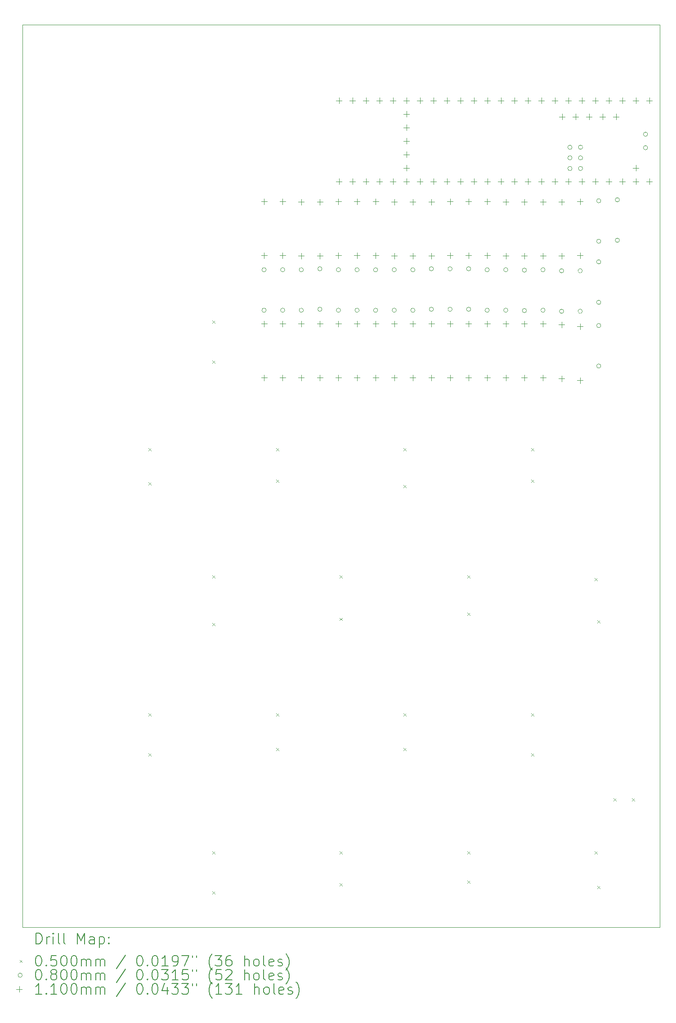
<source format=gbr>
%TF.GenerationSoftware,KiCad,Pcbnew,8.0.1*%
%TF.CreationDate,2024-04-18T23:28:31-04:00*%
%TF.ProjectId,emandoharp,656d616e-646f-4686-9172-702e6b696361,rev?*%
%TF.SameCoordinates,Original*%
%TF.FileFunction,Drillmap*%
%TF.FilePolarity,Positive*%
%FSLAX45Y45*%
G04 Gerber Fmt 4.5, Leading zero omitted, Abs format (unit mm)*
G04 Created by KiCad (PCBNEW 8.0.1) date 2024-04-18 23:28:31*
%MOMM*%
%LPD*%
G01*
G04 APERTURE LIST*
%ADD10C,0.050000*%
%ADD11C,0.200000*%
%ADD12C,0.100000*%
%ADD13C,0.110000*%
G04 APERTURE END LIST*
D10*
X2600000Y-1925000D02*
X14600000Y-1925000D01*
X14600000Y-18925000D01*
X2600000Y-18925000D01*
X2600000Y-1925000D01*
D11*
D12*
X4975000Y-9900000D02*
X5025000Y-9950000D01*
X5025000Y-9900000D02*
X4975000Y-9950000D01*
X4975000Y-10550000D02*
X5025000Y-10600000D01*
X5025000Y-10550000D02*
X4975000Y-10600000D01*
X4975000Y-14900000D02*
X5025000Y-14950000D01*
X5025000Y-14900000D02*
X4975000Y-14950000D01*
X4975000Y-15650000D02*
X5025000Y-15700000D01*
X5025000Y-15650000D02*
X4975000Y-15700000D01*
X6175000Y-7500000D02*
X6225000Y-7550000D01*
X6225000Y-7500000D02*
X6175000Y-7550000D01*
X6175000Y-8250000D02*
X6225000Y-8300000D01*
X6225000Y-8250000D02*
X6175000Y-8300000D01*
X6175000Y-12300000D02*
X6225000Y-12350000D01*
X6225000Y-12300000D02*
X6175000Y-12350000D01*
X6175000Y-13200000D02*
X6225000Y-13250000D01*
X6225000Y-13200000D02*
X6175000Y-13250000D01*
X6175000Y-17500000D02*
X6225000Y-17550000D01*
X6225000Y-17500000D02*
X6175000Y-17550000D01*
X6175000Y-18250000D02*
X6225000Y-18300000D01*
X6225000Y-18250000D02*
X6175000Y-18300000D01*
X7375000Y-9900000D02*
X7425000Y-9950000D01*
X7425000Y-9900000D02*
X7375000Y-9950000D01*
X7375000Y-10500000D02*
X7425000Y-10550000D01*
X7425000Y-10500000D02*
X7375000Y-10550000D01*
X7375000Y-14900000D02*
X7425000Y-14950000D01*
X7425000Y-14900000D02*
X7375000Y-14950000D01*
X7375000Y-15550000D02*
X7425000Y-15600000D01*
X7425000Y-15550000D02*
X7375000Y-15600000D01*
X8575000Y-12300000D02*
X8625000Y-12350000D01*
X8625000Y-12300000D02*
X8575000Y-12350000D01*
X8575000Y-13100000D02*
X8625000Y-13150000D01*
X8625000Y-13100000D02*
X8575000Y-13150000D01*
X8575000Y-17500000D02*
X8625000Y-17550000D01*
X8625000Y-17500000D02*
X8575000Y-17550000D01*
X8575000Y-18100000D02*
X8625000Y-18150000D01*
X8625000Y-18100000D02*
X8575000Y-18150000D01*
X9775000Y-9900000D02*
X9825000Y-9950000D01*
X9825000Y-9900000D02*
X9775000Y-9950000D01*
X9775000Y-10600000D02*
X9825000Y-10650000D01*
X9825000Y-10600000D02*
X9775000Y-10650000D01*
X9775000Y-14900000D02*
X9825000Y-14950000D01*
X9825000Y-14900000D02*
X9775000Y-14950000D01*
X9775000Y-15550000D02*
X9825000Y-15600000D01*
X9825000Y-15550000D02*
X9775000Y-15600000D01*
X10975000Y-12300000D02*
X11025000Y-12350000D01*
X11025000Y-12300000D02*
X10975000Y-12350000D01*
X10975000Y-13000000D02*
X11025000Y-13050000D01*
X11025000Y-13000000D02*
X10975000Y-13050000D01*
X10975000Y-17500000D02*
X11025000Y-17550000D01*
X11025000Y-17500000D02*
X10975000Y-17550000D01*
X10975000Y-18050000D02*
X11025000Y-18100000D01*
X11025000Y-18050000D02*
X10975000Y-18100000D01*
X12175000Y-9900000D02*
X12225000Y-9950000D01*
X12225000Y-9900000D02*
X12175000Y-9950000D01*
X12175000Y-10500000D02*
X12225000Y-10550000D01*
X12225000Y-10500000D02*
X12175000Y-10550000D01*
X12175000Y-14900000D02*
X12225000Y-14950000D01*
X12225000Y-14900000D02*
X12175000Y-14950000D01*
X12175000Y-15650000D02*
X12225000Y-15700000D01*
X12225000Y-15650000D02*
X12175000Y-15700000D01*
X13375000Y-12350000D02*
X13425000Y-12400000D01*
X13425000Y-12350000D02*
X13375000Y-12400000D01*
X13375000Y-17500000D02*
X13425000Y-17550000D01*
X13425000Y-17500000D02*
X13375000Y-17550000D01*
X13425000Y-13150000D02*
X13475000Y-13200000D01*
X13475000Y-13150000D02*
X13425000Y-13200000D01*
X13425000Y-18150000D02*
X13475000Y-18200000D01*
X13475000Y-18150000D02*
X13425000Y-18200000D01*
X13725000Y-16500000D02*
X13775000Y-16550000D01*
X13775000Y-16500000D02*
X13725000Y-16550000D01*
X14075000Y-16500000D02*
X14125000Y-16550000D01*
X14125000Y-16500000D02*
X14075000Y-16550000D01*
X7190000Y-6544000D02*
G75*
G02*
X7110000Y-6544000I-40000J0D01*
G01*
X7110000Y-6544000D02*
G75*
G02*
X7190000Y-6544000I40000J0D01*
G01*
X7190000Y-7306000D02*
G75*
G02*
X7110000Y-7306000I-40000J0D01*
G01*
X7110000Y-7306000D02*
G75*
G02*
X7190000Y-7306000I40000J0D01*
G01*
X7540000Y-6544000D02*
G75*
G02*
X7460000Y-6544000I-40000J0D01*
G01*
X7460000Y-6544000D02*
G75*
G02*
X7540000Y-6544000I40000J0D01*
G01*
X7540000Y-7306000D02*
G75*
G02*
X7460000Y-7306000I-40000J0D01*
G01*
X7460000Y-7306000D02*
G75*
G02*
X7540000Y-7306000I40000J0D01*
G01*
X7890000Y-6544000D02*
G75*
G02*
X7810000Y-6544000I-40000J0D01*
G01*
X7810000Y-6544000D02*
G75*
G02*
X7890000Y-6544000I40000J0D01*
G01*
X7890000Y-7306000D02*
G75*
G02*
X7810000Y-7306000I-40000J0D01*
G01*
X7810000Y-7306000D02*
G75*
G02*
X7890000Y-7306000I40000J0D01*
G01*
X8240000Y-6525000D02*
G75*
G02*
X8160000Y-6525000I-40000J0D01*
G01*
X8160000Y-6525000D02*
G75*
G02*
X8240000Y-6525000I40000J0D01*
G01*
X8240000Y-7287000D02*
G75*
G02*
X8160000Y-7287000I-40000J0D01*
G01*
X8160000Y-7287000D02*
G75*
G02*
X8240000Y-7287000I40000J0D01*
G01*
X8590000Y-6544000D02*
G75*
G02*
X8510000Y-6544000I-40000J0D01*
G01*
X8510000Y-6544000D02*
G75*
G02*
X8590000Y-6544000I40000J0D01*
G01*
X8590000Y-7306000D02*
G75*
G02*
X8510000Y-7306000I-40000J0D01*
G01*
X8510000Y-7306000D02*
G75*
G02*
X8590000Y-7306000I40000J0D01*
G01*
X8940000Y-6544000D02*
G75*
G02*
X8860000Y-6544000I-40000J0D01*
G01*
X8860000Y-6544000D02*
G75*
G02*
X8940000Y-6544000I40000J0D01*
G01*
X8940000Y-7306000D02*
G75*
G02*
X8860000Y-7306000I-40000J0D01*
G01*
X8860000Y-7306000D02*
G75*
G02*
X8940000Y-7306000I40000J0D01*
G01*
X9290000Y-6544000D02*
G75*
G02*
X9210000Y-6544000I-40000J0D01*
G01*
X9210000Y-6544000D02*
G75*
G02*
X9290000Y-6544000I40000J0D01*
G01*
X9290000Y-7306000D02*
G75*
G02*
X9210000Y-7306000I-40000J0D01*
G01*
X9210000Y-7306000D02*
G75*
G02*
X9290000Y-7306000I40000J0D01*
G01*
X9640000Y-6544000D02*
G75*
G02*
X9560000Y-6544000I-40000J0D01*
G01*
X9560000Y-6544000D02*
G75*
G02*
X9640000Y-6544000I40000J0D01*
G01*
X9640000Y-7306000D02*
G75*
G02*
X9560000Y-7306000I-40000J0D01*
G01*
X9560000Y-7306000D02*
G75*
G02*
X9640000Y-7306000I40000J0D01*
G01*
X9990000Y-6544000D02*
G75*
G02*
X9910000Y-6544000I-40000J0D01*
G01*
X9910000Y-6544000D02*
G75*
G02*
X9990000Y-6544000I40000J0D01*
G01*
X9990000Y-7306000D02*
G75*
G02*
X9910000Y-7306000I-40000J0D01*
G01*
X9910000Y-7306000D02*
G75*
G02*
X9990000Y-7306000I40000J0D01*
G01*
X10340000Y-6525000D02*
G75*
G02*
X10260000Y-6525000I-40000J0D01*
G01*
X10260000Y-6525000D02*
G75*
G02*
X10340000Y-6525000I40000J0D01*
G01*
X10340000Y-7287000D02*
G75*
G02*
X10260000Y-7287000I-40000J0D01*
G01*
X10260000Y-7287000D02*
G75*
G02*
X10340000Y-7287000I40000J0D01*
G01*
X10690000Y-6525000D02*
G75*
G02*
X10610000Y-6525000I-40000J0D01*
G01*
X10610000Y-6525000D02*
G75*
G02*
X10690000Y-6525000I40000J0D01*
G01*
X10690000Y-7287000D02*
G75*
G02*
X10610000Y-7287000I-40000J0D01*
G01*
X10610000Y-7287000D02*
G75*
G02*
X10690000Y-7287000I40000J0D01*
G01*
X11040000Y-6525000D02*
G75*
G02*
X10960000Y-6525000I-40000J0D01*
G01*
X10960000Y-6525000D02*
G75*
G02*
X11040000Y-6525000I40000J0D01*
G01*
X11040000Y-7287000D02*
G75*
G02*
X10960000Y-7287000I-40000J0D01*
G01*
X10960000Y-7287000D02*
G75*
G02*
X11040000Y-7287000I40000J0D01*
G01*
X11390000Y-6544000D02*
G75*
G02*
X11310000Y-6544000I-40000J0D01*
G01*
X11310000Y-6544000D02*
G75*
G02*
X11390000Y-6544000I40000J0D01*
G01*
X11390000Y-7306000D02*
G75*
G02*
X11310000Y-7306000I-40000J0D01*
G01*
X11310000Y-7306000D02*
G75*
G02*
X11390000Y-7306000I40000J0D01*
G01*
X11740000Y-6544000D02*
G75*
G02*
X11660000Y-6544000I-40000J0D01*
G01*
X11660000Y-6544000D02*
G75*
G02*
X11740000Y-6544000I40000J0D01*
G01*
X11740000Y-7306000D02*
G75*
G02*
X11660000Y-7306000I-40000J0D01*
G01*
X11660000Y-7306000D02*
G75*
G02*
X11740000Y-7306000I40000J0D01*
G01*
X12090000Y-6550000D02*
G75*
G02*
X12010000Y-6550000I-40000J0D01*
G01*
X12010000Y-6550000D02*
G75*
G02*
X12090000Y-6550000I40000J0D01*
G01*
X12090000Y-7312000D02*
G75*
G02*
X12010000Y-7312000I-40000J0D01*
G01*
X12010000Y-7312000D02*
G75*
G02*
X12090000Y-7312000I40000J0D01*
G01*
X12440000Y-6544000D02*
G75*
G02*
X12360000Y-6544000I-40000J0D01*
G01*
X12360000Y-6544000D02*
G75*
G02*
X12440000Y-6544000I40000J0D01*
G01*
X12440000Y-7306000D02*
G75*
G02*
X12360000Y-7306000I-40000J0D01*
G01*
X12360000Y-7306000D02*
G75*
G02*
X12440000Y-7306000I40000J0D01*
G01*
X12790000Y-6563000D02*
G75*
G02*
X12710000Y-6563000I-40000J0D01*
G01*
X12710000Y-6563000D02*
G75*
G02*
X12790000Y-6563000I40000J0D01*
G01*
X12790000Y-7325000D02*
G75*
G02*
X12710000Y-7325000I-40000J0D01*
G01*
X12710000Y-7325000D02*
G75*
G02*
X12790000Y-7325000I40000J0D01*
G01*
X12947000Y-4235160D02*
G75*
G02*
X12867000Y-4235160I-40000J0D01*
G01*
X12867000Y-4235160D02*
G75*
G02*
X12947000Y-4235160I40000J0D01*
G01*
X12947000Y-4435160D02*
G75*
G02*
X12867000Y-4435160I-40000J0D01*
G01*
X12867000Y-4435160D02*
G75*
G02*
X12947000Y-4435160I40000J0D01*
G01*
X12947000Y-4635160D02*
G75*
G02*
X12867000Y-4635160I-40000J0D01*
G01*
X12867000Y-4635160D02*
G75*
G02*
X12947000Y-4635160I40000J0D01*
G01*
X13140000Y-6563000D02*
G75*
G02*
X13060000Y-6563000I-40000J0D01*
G01*
X13060000Y-6563000D02*
G75*
G02*
X13140000Y-6563000I40000J0D01*
G01*
X13140000Y-7325000D02*
G75*
G02*
X13060000Y-7325000I-40000J0D01*
G01*
X13060000Y-7325000D02*
G75*
G02*
X13140000Y-7325000I40000J0D01*
G01*
X13147000Y-4235160D02*
G75*
G02*
X13067000Y-4235160I-40000J0D01*
G01*
X13067000Y-4235160D02*
G75*
G02*
X13147000Y-4235160I40000J0D01*
G01*
X13147000Y-4435160D02*
G75*
G02*
X13067000Y-4435160I-40000J0D01*
G01*
X13067000Y-4435160D02*
G75*
G02*
X13147000Y-4435160I40000J0D01*
G01*
X13147000Y-4635160D02*
G75*
G02*
X13067000Y-4635160I-40000J0D01*
G01*
X13067000Y-4635160D02*
G75*
G02*
X13147000Y-4635160I40000J0D01*
G01*
X13490000Y-5244000D02*
G75*
G02*
X13410000Y-5244000I-40000J0D01*
G01*
X13410000Y-5244000D02*
G75*
G02*
X13490000Y-5244000I40000J0D01*
G01*
X13490000Y-6006000D02*
G75*
G02*
X13410000Y-6006000I-40000J0D01*
G01*
X13410000Y-6006000D02*
G75*
G02*
X13490000Y-6006000I40000J0D01*
G01*
X13490000Y-6394000D02*
G75*
G02*
X13410000Y-6394000I-40000J0D01*
G01*
X13410000Y-6394000D02*
G75*
G02*
X13490000Y-6394000I40000J0D01*
G01*
X13490000Y-7156000D02*
G75*
G02*
X13410000Y-7156000I-40000J0D01*
G01*
X13410000Y-7156000D02*
G75*
G02*
X13490000Y-7156000I40000J0D01*
G01*
X13490000Y-7594000D02*
G75*
G02*
X13410000Y-7594000I-40000J0D01*
G01*
X13410000Y-7594000D02*
G75*
G02*
X13490000Y-7594000I40000J0D01*
G01*
X13490000Y-8356000D02*
G75*
G02*
X13410000Y-8356000I-40000J0D01*
G01*
X13410000Y-8356000D02*
G75*
G02*
X13490000Y-8356000I40000J0D01*
G01*
X13840000Y-5225000D02*
G75*
G02*
X13760000Y-5225000I-40000J0D01*
G01*
X13760000Y-5225000D02*
G75*
G02*
X13840000Y-5225000I40000J0D01*
G01*
X13840000Y-5987000D02*
G75*
G02*
X13760000Y-5987000I-40000J0D01*
G01*
X13760000Y-5987000D02*
G75*
G02*
X13840000Y-5987000I40000J0D01*
G01*
X14371000Y-3990000D02*
G75*
G02*
X14291000Y-3990000I-40000J0D01*
G01*
X14291000Y-3990000D02*
G75*
G02*
X14371000Y-3990000I40000J0D01*
G01*
X14371000Y-4244000D02*
G75*
G02*
X14291000Y-4244000I-40000J0D01*
G01*
X14291000Y-4244000D02*
G75*
G02*
X14371000Y-4244000I40000J0D01*
G01*
D13*
X7150000Y-5204000D02*
X7150000Y-5314000D01*
X7095000Y-5259000D02*
X7205000Y-5259000D01*
X7150000Y-6220000D02*
X7150000Y-6330000D01*
X7095000Y-6275000D02*
X7205000Y-6275000D01*
X7150000Y-7504000D02*
X7150000Y-7614000D01*
X7095000Y-7559000D02*
X7205000Y-7559000D01*
X7150000Y-8520000D02*
X7150000Y-8630000D01*
X7095000Y-8575000D02*
X7205000Y-8575000D01*
X7500000Y-5204000D02*
X7500000Y-5314000D01*
X7445000Y-5259000D02*
X7555000Y-5259000D01*
X7500000Y-6220000D02*
X7500000Y-6330000D01*
X7445000Y-6275000D02*
X7555000Y-6275000D01*
X7500000Y-7504000D02*
X7500000Y-7614000D01*
X7445000Y-7559000D02*
X7555000Y-7559000D01*
X7500000Y-8520000D02*
X7500000Y-8630000D01*
X7445000Y-8575000D02*
X7555000Y-8575000D01*
X7850000Y-5212000D02*
X7850000Y-5322000D01*
X7795000Y-5267000D02*
X7905000Y-5267000D01*
X7850000Y-6228000D02*
X7850000Y-6338000D01*
X7795000Y-6283000D02*
X7905000Y-6283000D01*
X7850000Y-7504000D02*
X7850000Y-7614000D01*
X7795000Y-7559000D02*
X7905000Y-7559000D01*
X7850000Y-8520000D02*
X7850000Y-8630000D01*
X7795000Y-8575000D02*
X7905000Y-8575000D01*
X8200000Y-5212000D02*
X8200000Y-5322000D01*
X8145000Y-5267000D02*
X8255000Y-5267000D01*
X8200000Y-6228000D02*
X8200000Y-6338000D01*
X8145000Y-6283000D02*
X8255000Y-6283000D01*
X8200000Y-7504000D02*
X8200000Y-7614000D01*
X8145000Y-7559000D02*
X8255000Y-7559000D01*
X8200000Y-8520000D02*
X8200000Y-8630000D01*
X8145000Y-8575000D02*
X8255000Y-8575000D01*
X8550000Y-5204000D02*
X8550000Y-5314000D01*
X8495000Y-5259000D02*
X8605000Y-5259000D01*
X8550000Y-6220000D02*
X8550000Y-6330000D01*
X8495000Y-6275000D02*
X8605000Y-6275000D01*
X8550000Y-7504000D02*
X8550000Y-7614000D01*
X8495000Y-7559000D02*
X8605000Y-7559000D01*
X8550000Y-8520000D02*
X8550000Y-8630000D01*
X8495000Y-8575000D02*
X8605000Y-8575000D01*
X8562000Y-3300000D02*
X8562000Y-3410000D01*
X8507000Y-3355000D02*
X8617000Y-3355000D01*
X8562000Y-4824000D02*
X8562000Y-4934000D01*
X8507000Y-4879000D02*
X8617000Y-4879000D01*
X8816000Y-3300000D02*
X8816000Y-3410000D01*
X8761000Y-3355000D02*
X8871000Y-3355000D01*
X8816000Y-4824000D02*
X8816000Y-4934000D01*
X8761000Y-4879000D02*
X8871000Y-4879000D01*
X8900000Y-5204000D02*
X8900000Y-5314000D01*
X8845000Y-5259000D02*
X8955000Y-5259000D01*
X8900000Y-6220000D02*
X8900000Y-6330000D01*
X8845000Y-6275000D02*
X8955000Y-6275000D01*
X8900000Y-7504000D02*
X8900000Y-7614000D01*
X8845000Y-7559000D02*
X8955000Y-7559000D01*
X8900000Y-8520000D02*
X8900000Y-8630000D01*
X8845000Y-8575000D02*
X8955000Y-8575000D01*
X9070000Y-3300000D02*
X9070000Y-3410000D01*
X9015000Y-3355000D02*
X9125000Y-3355000D01*
X9070000Y-4824000D02*
X9070000Y-4934000D01*
X9015000Y-4879000D02*
X9125000Y-4879000D01*
X9250000Y-5204000D02*
X9250000Y-5314000D01*
X9195000Y-5259000D02*
X9305000Y-5259000D01*
X9250000Y-6220000D02*
X9250000Y-6330000D01*
X9195000Y-6275000D02*
X9305000Y-6275000D01*
X9250000Y-7504000D02*
X9250000Y-7614000D01*
X9195000Y-7559000D02*
X9305000Y-7559000D01*
X9250000Y-8520000D02*
X9250000Y-8630000D01*
X9195000Y-8575000D02*
X9305000Y-8575000D01*
X9324000Y-3300000D02*
X9324000Y-3410000D01*
X9269000Y-3355000D02*
X9379000Y-3355000D01*
X9324000Y-4824000D02*
X9324000Y-4934000D01*
X9269000Y-4879000D02*
X9379000Y-4879000D01*
X9578000Y-3300000D02*
X9578000Y-3410000D01*
X9523000Y-3355000D02*
X9633000Y-3355000D01*
X9578000Y-4824000D02*
X9578000Y-4934000D01*
X9523000Y-4879000D02*
X9633000Y-4879000D01*
X9600000Y-5212000D02*
X9600000Y-5322000D01*
X9545000Y-5267000D02*
X9655000Y-5267000D01*
X9600000Y-6228000D02*
X9600000Y-6338000D01*
X9545000Y-6283000D02*
X9655000Y-6283000D01*
X9600000Y-7504000D02*
X9600000Y-7614000D01*
X9545000Y-7559000D02*
X9655000Y-7559000D01*
X9600000Y-8520000D02*
X9600000Y-8630000D01*
X9545000Y-8575000D02*
X9655000Y-8575000D01*
X9832000Y-3300000D02*
X9832000Y-3410000D01*
X9777000Y-3355000D02*
X9887000Y-3355000D01*
X9832000Y-3554000D02*
X9832000Y-3664000D01*
X9777000Y-3609000D02*
X9887000Y-3609000D01*
X9832000Y-3808000D02*
X9832000Y-3918000D01*
X9777000Y-3863000D02*
X9887000Y-3863000D01*
X9832000Y-4062000D02*
X9832000Y-4172000D01*
X9777000Y-4117000D02*
X9887000Y-4117000D01*
X9832000Y-4316000D02*
X9832000Y-4426000D01*
X9777000Y-4371000D02*
X9887000Y-4371000D01*
X9832000Y-4570000D02*
X9832000Y-4680000D01*
X9777000Y-4625000D02*
X9887000Y-4625000D01*
X9832000Y-4824000D02*
X9832000Y-4934000D01*
X9777000Y-4879000D02*
X9887000Y-4879000D01*
X9950000Y-5212000D02*
X9950000Y-5322000D01*
X9895000Y-5267000D02*
X10005000Y-5267000D01*
X9950000Y-6228000D02*
X9950000Y-6338000D01*
X9895000Y-6283000D02*
X10005000Y-6283000D01*
X9950000Y-7504000D02*
X9950000Y-7614000D01*
X9895000Y-7559000D02*
X10005000Y-7559000D01*
X9950000Y-8520000D02*
X9950000Y-8630000D01*
X9895000Y-8575000D02*
X10005000Y-8575000D01*
X10086000Y-3300000D02*
X10086000Y-3410000D01*
X10031000Y-3355000D02*
X10141000Y-3355000D01*
X10086000Y-4824000D02*
X10086000Y-4934000D01*
X10031000Y-4879000D02*
X10141000Y-4879000D01*
X10300000Y-5212000D02*
X10300000Y-5322000D01*
X10245000Y-5267000D02*
X10355000Y-5267000D01*
X10300000Y-6228000D02*
X10300000Y-6338000D01*
X10245000Y-6283000D02*
X10355000Y-6283000D01*
X10300000Y-7504000D02*
X10300000Y-7614000D01*
X10245000Y-7559000D02*
X10355000Y-7559000D01*
X10300000Y-8520000D02*
X10300000Y-8630000D01*
X10245000Y-8575000D02*
X10355000Y-8575000D01*
X10340000Y-3300000D02*
X10340000Y-3410000D01*
X10285000Y-3355000D02*
X10395000Y-3355000D01*
X10340000Y-4824000D02*
X10340000Y-4934000D01*
X10285000Y-4879000D02*
X10395000Y-4879000D01*
X10594000Y-3300000D02*
X10594000Y-3410000D01*
X10539000Y-3355000D02*
X10649000Y-3355000D01*
X10594000Y-4824000D02*
X10594000Y-4934000D01*
X10539000Y-4879000D02*
X10649000Y-4879000D01*
X10650000Y-5204000D02*
X10650000Y-5314000D01*
X10595000Y-5259000D02*
X10705000Y-5259000D01*
X10650000Y-6220000D02*
X10650000Y-6330000D01*
X10595000Y-6275000D02*
X10705000Y-6275000D01*
X10650000Y-7504000D02*
X10650000Y-7614000D01*
X10595000Y-7559000D02*
X10705000Y-7559000D01*
X10650000Y-8520000D02*
X10650000Y-8630000D01*
X10595000Y-8575000D02*
X10705000Y-8575000D01*
X10848000Y-3300000D02*
X10848000Y-3410000D01*
X10793000Y-3355000D02*
X10903000Y-3355000D01*
X10848000Y-4824000D02*
X10848000Y-4934000D01*
X10793000Y-4879000D02*
X10903000Y-4879000D01*
X11000000Y-5204000D02*
X11000000Y-5314000D01*
X10945000Y-5259000D02*
X11055000Y-5259000D01*
X11000000Y-6220000D02*
X11000000Y-6330000D01*
X10945000Y-6275000D02*
X11055000Y-6275000D01*
X11000000Y-7504000D02*
X11000000Y-7614000D01*
X10945000Y-7559000D02*
X11055000Y-7559000D01*
X11000000Y-8520000D02*
X11000000Y-8630000D01*
X10945000Y-8575000D02*
X11055000Y-8575000D01*
X11102000Y-3300000D02*
X11102000Y-3410000D01*
X11047000Y-3355000D02*
X11157000Y-3355000D01*
X11102000Y-4824000D02*
X11102000Y-4934000D01*
X11047000Y-4879000D02*
X11157000Y-4879000D01*
X11350000Y-5204000D02*
X11350000Y-5314000D01*
X11295000Y-5259000D02*
X11405000Y-5259000D01*
X11350000Y-6220000D02*
X11350000Y-6330000D01*
X11295000Y-6275000D02*
X11405000Y-6275000D01*
X11350000Y-7504000D02*
X11350000Y-7614000D01*
X11295000Y-7559000D02*
X11405000Y-7559000D01*
X11350000Y-8520000D02*
X11350000Y-8630000D01*
X11295000Y-8575000D02*
X11405000Y-8575000D01*
X11356000Y-3300000D02*
X11356000Y-3410000D01*
X11301000Y-3355000D02*
X11411000Y-3355000D01*
X11356000Y-4824000D02*
X11356000Y-4934000D01*
X11301000Y-4879000D02*
X11411000Y-4879000D01*
X11610000Y-3300000D02*
X11610000Y-3410000D01*
X11555000Y-3355000D02*
X11665000Y-3355000D01*
X11610000Y-4824000D02*
X11610000Y-4934000D01*
X11555000Y-4879000D02*
X11665000Y-4879000D01*
X11700000Y-5212000D02*
X11700000Y-5322000D01*
X11645000Y-5267000D02*
X11755000Y-5267000D01*
X11700000Y-6228000D02*
X11700000Y-6338000D01*
X11645000Y-6283000D02*
X11755000Y-6283000D01*
X11700000Y-7504000D02*
X11700000Y-7614000D01*
X11645000Y-7559000D02*
X11755000Y-7559000D01*
X11700000Y-8520000D02*
X11700000Y-8630000D01*
X11645000Y-8575000D02*
X11755000Y-8575000D01*
X11864000Y-3300000D02*
X11864000Y-3410000D01*
X11809000Y-3355000D02*
X11919000Y-3355000D01*
X11864000Y-4824000D02*
X11864000Y-4934000D01*
X11809000Y-4879000D02*
X11919000Y-4879000D01*
X12050000Y-5212000D02*
X12050000Y-5322000D01*
X11995000Y-5267000D02*
X12105000Y-5267000D01*
X12050000Y-6228000D02*
X12050000Y-6338000D01*
X11995000Y-6283000D02*
X12105000Y-6283000D01*
X12050000Y-7504000D02*
X12050000Y-7614000D01*
X11995000Y-7559000D02*
X12105000Y-7559000D01*
X12050000Y-8520000D02*
X12050000Y-8630000D01*
X11995000Y-8575000D02*
X12105000Y-8575000D01*
X12118000Y-3300000D02*
X12118000Y-3410000D01*
X12063000Y-3355000D02*
X12173000Y-3355000D01*
X12118000Y-4824000D02*
X12118000Y-4934000D01*
X12063000Y-4879000D02*
X12173000Y-4879000D01*
X12372000Y-3300000D02*
X12372000Y-3410000D01*
X12317000Y-3355000D02*
X12427000Y-3355000D01*
X12372000Y-4824000D02*
X12372000Y-4934000D01*
X12317000Y-4879000D02*
X12427000Y-4879000D01*
X12400000Y-5212000D02*
X12400000Y-5322000D01*
X12345000Y-5267000D02*
X12455000Y-5267000D01*
X12400000Y-6228000D02*
X12400000Y-6338000D01*
X12345000Y-6283000D02*
X12455000Y-6283000D01*
X12400000Y-7504000D02*
X12400000Y-7614000D01*
X12345000Y-7559000D02*
X12455000Y-7559000D01*
X12400000Y-8520000D02*
X12400000Y-8630000D01*
X12345000Y-8575000D02*
X12455000Y-8575000D01*
X12626000Y-3300000D02*
X12626000Y-3410000D01*
X12571000Y-3355000D02*
X12681000Y-3355000D01*
X12626000Y-4824000D02*
X12626000Y-4934000D01*
X12571000Y-4879000D02*
X12681000Y-4879000D01*
X12750000Y-5212000D02*
X12750000Y-5322000D01*
X12695000Y-5267000D02*
X12805000Y-5267000D01*
X12750000Y-6228000D02*
X12750000Y-6338000D01*
X12695000Y-6283000D02*
X12805000Y-6283000D01*
X12750000Y-7520000D02*
X12750000Y-7630000D01*
X12695000Y-7575000D02*
X12805000Y-7575000D01*
X12750000Y-8536000D02*
X12750000Y-8646000D01*
X12695000Y-8591000D02*
X12805000Y-8591000D01*
X12758080Y-3605080D02*
X12758080Y-3715080D01*
X12703080Y-3660080D02*
X12813080Y-3660080D01*
X12880000Y-3300000D02*
X12880000Y-3410000D01*
X12825000Y-3355000D02*
X12935000Y-3355000D01*
X12880000Y-4824000D02*
X12880000Y-4934000D01*
X12825000Y-4879000D02*
X12935000Y-4879000D01*
X13012080Y-3605080D02*
X13012080Y-3715080D01*
X12957080Y-3660080D02*
X13067080Y-3660080D01*
X13100000Y-5204000D02*
X13100000Y-5314000D01*
X13045000Y-5259000D02*
X13155000Y-5259000D01*
X13100000Y-6220000D02*
X13100000Y-6330000D01*
X13045000Y-6275000D02*
X13155000Y-6275000D01*
X13100000Y-7554000D02*
X13100000Y-7664000D01*
X13045000Y-7609000D02*
X13155000Y-7609000D01*
X13100000Y-8570000D02*
X13100000Y-8680000D01*
X13045000Y-8625000D02*
X13155000Y-8625000D01*
X13134000Y-3300000D02*
X13134000Y-3410000D01*
X13079000Y-3355000D02*
X13189000Y-3355000D01*
X13134000Y-4824000D02*
X13134000Y-4934000D01*
X13079000Y-4879000D02*
X13189000Y-4879000D01*
X13266080Y-3605080D02*
X13266080Y-3715080D01*
X13211080Y-3660080D02*
X13321080Y-3660080D01*
X13388000Y-3300000D02*
X13388000Y-3410000D01*
X13333000Y-3355000D02*
X13443000Y-3355000D01*
X13388000Y-4824000D02*
X13388000Y-4934000D01*
X13333000Y-4879000D02*
X13443000Y-4879000D01*
X13520080Y-3605080D02*
X13520080Y-3715080D01*
X13465080Y-3660080D02*
X13575080Y-3660080D01*
X13642000Y-3300000D02*
X13642000Y-3410000D01*
X13587000Y-3355000D02*
X13697000Y-3355000D01*
X13642000Y-4824000D02*
X13642000Y-4934000D01*
X13587000Y-4879000D02*
X13697000Y-4879000D01*
X13774080Y-3605080D02*
X13774080Y-3715080D01*
X13719080Y-3660080D02*
X13829080Y-3660080D01*
X13896000Y-3300000D02*
X13896000Y-3410000D01*
X13841000Y-3355000D02*
X13951000Y-3355000D01*
X13896000Y-4824000D02*
X13896000Y-4934000D01*
X13841000Y-4879000D02*
X13951000Y-4879000D01*
X14150000Y-3300000D02*
X14150000Y-3410000D01*
X14095000Y-3355000D02*
X14205000Y-3355000D01*
X14150000Y-4570000D02*
X14150000Y-4680000D01*
X14095000Y-4625000D02*
X14205000Y-4625000D01*
X14150000Y-4824000D02*
X14150000Y-4934000D01*
X14095000Y-4879000D02*
X14205000Y-4879000D01*
X14404000Y-3300000D02*
X14404000Y-3410000D01*
X14349000Y-3355000D02*
X14459000Y-3355000D01*
X14404000Y-4824000D02*
X14404000Y-4934000D01*
X14349000Y-4879000D02*
X14459000Y-4879000D01*
D11*
X2858277Y-19238984D02*
X2858277Y-19038984D01*
X2858277Y-19038984D02*
X2905896Y-19038984D01*
X2905896Y-19038984D02*
X2934467Y-19048508D01*
X2934467Y-19048508D02*
X2953515Y-19067555D01*
X2953515Y-19067555D02*
X2963039Y-19086603D01*
X2963039Y-19086603D02*
X2972562Y-19124698D01*
X2972562Y-19124698D02*
X2972562Y-19153270D01*
X2972562Y-19153270D02*
X2963039Y-19191365D01*
X2963039Y-19191365D02*
X2953515Y-19210412D01*
X2953515Y-19210412D02*
X2934467Y-19229460D01*
X2934467Y-19229460D02*
X2905896Y-19238984D01*
X2905896Y-19238984D02*
X2858277Y-19238984D01*
X3058277Y-19238984D02*
X3058277Y-19105650D01*
X3058277Y-19143746D02*
X3067801Y-19124698D01*
X3067801Y-19124698D02*
X3077324Y-19115174D01*
X3077324Y-19115174D02*
X3096372Y-19105650D01*
X3096372Y-19105650D02*
X3115420Y-19105650D01*
X3182086Y-19238984D02*
X3182086Y-19105650D01*
X3182086Y-19038984D02*
X3172562Y-19048508D01*
X3172562Y-19048508D02*
X3182086Y-19058031D01*
X3182086Y-19058031D02*
X3191610Y-19048508D01*
X3191610Y-19048508D02*
X3182086Y-19038984D01*
X3182086Y-19038984D02*
X3182086Y-19058031D01*
X3305896Y-19238984D02*
X3286848Y-19229460D01*
X3286848Y-19229460D02*
X3277324Y-19210412D01*
X3277324Y-19210412D02*
X3277324Y-19038984D01*
X3410658Y-19238984D02*
X3391610Y-19229460D01*
X3391610Y-19229460D02*
X3382086Y-19210412D01*
X3382086Y-19210412D02*
X3382086Y-19038984D01*
X3639229Y-19238984D02*
X3639229Y-19038984D01*
X3639229Y-19038984D02*
X3705896Y-19181841D01*
X3705896Y-19181841D02*
X3772562Y-19038984D01*
X3772562Y-19038984D02*
X3772562Y-19238984D01*
X3953515Y-19238984D02*
X3953515Y-19134222D01*
X3953515Y-19134222D02*
X3943991Y-19115174D01*
X3943991Y-19115174D02*
X3924943Y-19105650D01*
X3924943Y-19105650D02*
X3886848Y-19105650D01*
X3886848Y-19105650D02*
X3867801Y-19115174D01*
X3953515Y-19229460D02*
X3934467Y-19238984D01*
X3934467Y-19238984D02*
X3886848Y-19238984D01*
X3886848Y-19238984D02*
X3867801Y-19229460D01*
X3867801Y-19229460D02*
X3858277Y-19210412D01*
X3858277Y-19210412D02*
X3858277Y-19191365D01*
X3858277Y-19191365D02*
X3867801Y-19172317D01*
X3867801Y-19172317D02*
X3886848Y-19162793D01*
X3886848Y-19162793D02*
X3934467Y-19162793D01*
X3934467Y-19162793D02*
X3953515Y-19153270D01*
X4048753Y-19105650D02*
X4048753Y-19305650D01*
X4048753Y-19115174D02*
X4067801Y-19105650D01*
X4067801Y-19105650D02*
X4105896Y-19105650D01*
X4105896Y-19105650D02*
X4124943Y-19115174D01*
X4124943Y-19115174D02*
X4134467Y-19124698D01*
X4134467Y-19124698D02*
X4143991Y-19143746D01*
X4143991Y-19143746D02*
X4143991Y-19200889D01*
X4143991Y-19200889D02*
X4134467Y-19219936D01*
X4134467Y-19219936D02*
X4124943Y-19229460D01*
X4124943Y-19229460D02*
X4105896Y-19238984D01*
X4105896Y-19238984D02*
X4067801Y-19238984D01*
X4067801Y-19238984D02*
X4048753Y-19229460D01*
X4229705Y-19219936D02*
X4239229Y-19229460D01*
X4239229Y-19229460D02*
X4229705Y-19238984D01*
X4229705Y-19238984D02*
X4220182Y-19229460D01*
X4220182Y-19229460D02*
X4229705Y-19219936D01*
X4229705Y-19219936D02*
X4229705Y-19238984D01*
X4229705Y-19115174D02*
X4239229Y-19124698D01*
X4239229Y-19124698D02*
X4229705Y-19134222D01*
X4229705Y-19134222D02*
X4220182Y-19124698D01*
X4220182Y-19124698D02*
X4229705Y-19115174D01*
X4229705Y-19115174D02*
X4229705Y-19134222D01*
D12*
X2547500Y-19542500D02*
X2597500Y-19592500D01*
X2597500Y-19542500D02*
X2547500Y-19592500D01*
D11*
X2896372Y-19458984D02*
X2915420Y-19458984D01*
X2915420Y-19458984D02*
X2934467Y-19468508D01*
X2934467Y-19468508D02*
X2943991Y-19478031D01*
X2943991Y-19478031D02*
X2953515Y-19497079D01*
X2953515Y-19497079D02*
X2963039Y-19535174D01*
X2963039Y-19535174D02*
X2963039Y-19582793D01*
X2963039Y-19582793D02*
X2953515Y-19620889D01*
X2953515Y-19620889D02*
X2943991Y-19639936D01*
X2943991Y-19639936D02*
X2934467Y-19649460D01*
X2934467Y-19649460D02*
X2915420Y-19658984D01*
X2915420Y-19658984D02*
X2896372Y-19658984D01*
X2896372Y-19658984D02*
X2877324Y-19649460D01*
X2877324Y-19649460D02*
X2867801Y-19639936D01*
X2867801Y-19639936D02*
X2858277Y-19620889D01*
X2858277Y-19620889D02*
X2848753Y-19582793D01*
X2848753Y-19582793D02*
X2848753Y-19535174D01*
X2848753Y-19535174D02*
X2858277Y-19497079D01*
X2858277Y-19497079D02*
X2867801Y-19478031D01*
X2867801Y-19478031D02*
X2877324Y-19468508D01*
X2877324Y-19468508D02*
X2896372Y-19458984D01*
X3048753Y-19639936D02*
X3058277Y-19649460D01*
X3058277Y-19649460D02*
X3048753Y-19658984D01*
X3048753Y-19658984D02*
X3039229Y-19649460D01*
X3039229Y-19649460D02*
X3048753Y-19639936D01*
X3048753Y-19639936D02*
X3048753Y-19658984D01*
X3239229Y-19458984D02*
X3143991Y-19458984D01*
X3143991Y-19458984D02*
X3134467Y-19554222D01*
X3134467Y-19554222D02*
X3143991Y-19544698D01*
X3143991Y-19544698D02*
X3163039Y-19535174D01*
X3163039Y-19535174D02*
X3210658Y-19535174D01*
X3210658Y-19535174D02*
X3229705Y-19544698D01*
X3229705Y-19544698D02*
X3239229Y-19554222D01*
X3239229Y-19554222D02*
X3248753Y-19573270D01*
X3248753Y-19573270D02*
X3248753Y-19620889D01*
X3248753Y-19620889D02*
X3239229Y-19639936D01*
X3239229Y-19639936D02*
X3229705Y-19649460D01*
X3229705Y-19649460D02*
X3210658Y-19658984D01*
X3210658Y-19658984D02*
X3163039Y-19658984D01*
X3163039Y-19658984D02*
X3143991Y-19649460D01*
X3143991Y-19649460D02*
X3134467Y-19639936D01*
X3372562Y-19458984D02*
X3391610Y-19458984D01*
X3391610Y-19458984D02*
X3410658Y-19468508D01*
X3410658Y-19468508D02*
X3420182Y-19478031D01*
X3420182Y-19478031D02*
X3429705Y-19497079D01*
X3429705Y-19497079D02*
X3439229Y-19535174D01*
X3439229Y-19535174D02*
X3439229Y-19582793D01*
X3439229Y-19582793D02*
X3429705Y-19620889D01*
X3429705Y-19620889D02*
X3420182Y-19639936D01*
X3420182Y-19639936D02*
X3410658Y-19649460D01*
X3410658Y-19649460D02*
X3391610Y-19658984D01*
X3391610Y-19658984D02*
X3372562Y-19658984D01*
X3372562Y-19658984D02*
X3353515Y-19649460D01*
X3353515Y-19649460D02*
X3343991Y-19639936D01*
X3343991Y-19639936D02*
X3334467Y-19620889D01*
X3334467Y-19620889D02*
X3324943Y-19582793D01*
X3324943Y-19582793D02*
X3324943Y-19535174D01*
X3324943Y-19535174D02*
X3334467Y-19497079D01*
X3334467Y-19497079D02*
X3343991Y-19478031D01*
X3343991Y-19478031D02*
X3353515Y-19468508D01*
X3353515Y-19468508D02*
X3372562Y-19458984D01*
X3563039Y-19458984D02*
X3582086Y-19458984D01*
X3582086Y-19458984D02*
X3601134Y-19468508D01*
X3601134Y-19468508D02*
X3610658Y-19478031D01*
X3610658Y-19478031D02*
X3620182Y-19497079D01*
X3620182Y-19497079D02*
X3629705Y-19535174D01*
X3629705Y-19535174D02*
X3629705Y-19582793D01*
X3629705Y-19582793D02*
X3620182Y-19620889D01*
X3620182Y-19620889D02*
X3610658Y-19639936D01*
X3610658Y-19639936D02*
X3601134Y-19649460D01*
X3601134Y-19649460D02*
X3582086Y-19658984D01*
X3582086Y-19658984D02*
X3563039Y-19658984D01*
X3563039Y-19658984D02*
X3543991Y-19649460D01*
X3543991Y-19649460D02*
X3534467Y-19639936D01*
X3534467Y-19639936D02*
X3524943Y-19620889D01*
X3524943Y-19620889D02*
X3515420Y-19582793D01*
X3515420Y-19582793D02*
X3515420Y-19535174D01*
X3515420Y-19535174D02*
X3524943Y-19497079D01*
X3524943Y-19497079D02*
X3534467Y-19478031D01*
X3534467Y-19478031D02*
X3543991Y-19468508D01*
X3543991Y-19468508D02*
X3563039Y-19458984D01*
X3715420Y-19658984D02*
X3715420Y-19525650D01*
X3715420Y-19544698D02*
X3724943Y-19535174D01*
X3724943Y-19535174D02*
X3743991Y-19525650D01*
X3743991Y-19525650D02*
X3772563Y-19525650D01*
X3772563Y-19525650D02*
X3791610Y-19535174D01*
X3791610Y-19535174D02*
X3801134Y-19554222D01*
X3801134Y-19554222D02*
X3801134Y-19658984D01*
X3801134Y-19554222D02*
X3810658Y-19535174D01*
X3810658Y-19535174D02*
X3829705Y-19525650D01*
X3829705Y-19525650D02*
X3858277Y-19525650D01*
X3858277Y-19525650D02*
X3877324Y-19535174D01*
X3877324Y-19535174D02*
X3886848Y-19554222D01*
X3886848Y-19554222D02*
X3886848Y-19658984D01*
X3982086Y-19658984D02*
X3982086Y-19525650D01*
X3982086Y-19544698D02*
X3991610Y-19535174D01*
X3991610Y-19535174D02*
X4010658Y-19525650D01*
X4010658Y-19525650D02*
X4039229Y-19525650D01*
X4039229Y-19525650D02*
X4058277Y-19535174D01*
X4058277Y-19535174D02*
X4067801Y-19554222D01*
X4067801Y-19554222D02*
X4067801Y-19658984D01*
X4067801Y-19554222D02*
X4077324Y-19535174D01*
X4077324Y-19535174D02*
X4096372Y-19525650D01*
X4096372Y-19525650D02*
X4124943Y-19525650D01*
X4124943Y-19525650D02*
X4143991Y-19535174D01*
X4143991Y-19535174D02*
X4153515Y-19554222D01*
X4153515Y-19554222D02*
X4153515Y-19658984D01*
X4543991Y-19449460D02*
X4372563Y-19706603D01*
X4801134Y-19458984D02*
X4820182Y-19458984D01*
X4820182Y-19458984D02*
X4839229Y-19468508D01*
X4839229Y-19468508D02*
X4848753Y-19478031D01*
X4848753Y-19478031D02*
X4858277Y-19497079D01*
X4858277Y-19497079D02*
X4867801Y-19535174D01*
X4867801Y-19535174D02*
X4867801Y-19582793D01*
X4867801Y-19582793D02*
X4858277Y-19620889D01*
X4858277Y-19620889D02*
X4848753Y-19639936D01*
X4848753Y-19639936D02*
X4839229Y-19649460D01*
X4839229Y-19649460D02*
X4820182Y-19658984D01*
X4820182Y-19658984D02*
X4801134Y-19658984D01*
X4801134Y-19658984D02*
X4782087Y-19649460D01*
X4782087Y-19649460D02*
X4772563Y-19639936D01*
X4772563Y-19639936D02*
X4763039Y-19620889D01*
X4763039Y-19620889D02*
X4753515Y-19582793D01*
X4753515Y-19582793D02*
X4753515Y-19535174D01*
X4753515Y-19535174D02*
X4763039Y-19497079D01*
X4763039Y-19497079D02*
X4772563Y-19478031D01*
X4772563Y-19478031D02*
X4782087Y-19468508D01*
X4782087Y-19468508D02*
X4801134Y-19458984D01*
X4953515Y-19639936D02*
X4963039Y-19649460D01*
X4963039Y-19649460D02*
X4953515Y-19658984D01*
X4953515Y-19658984D02*
X4943991Y-19649460D01*
X4943991Y-19649460D02*
X4953515Y-19639936D01*
X4953515Y-19639936D02*
X4953515Y-19658984D01*
X5086848Y-19458984D02*
X5105896Y-19458984D01*
X5105896Y-19458984D02*
X5124944Y-19468508D01*
X5124944Y-19468508D02*
X5134468Y-19478031D01*
X5134468Y-19478031D02*
X5143991Y-19497079D01*
X5143991Y-19497079D02*
X5153515Y-19535174D01*
X5153515Y-19535174D02*
X5153515Y-19582793D01*
X5153515Y-19582793D02*
X5143991Y-19620889D01*
X5143991Y-19620889D02*
X5134468Y-19639936D01*
X5134468Y-19639936D02*
X5124944Y-19649460D01*
X5124944Y-19649460D02*
X5105896Y-19658984D01*
X5105896Y-19658984D02*
X5086848Y-19658984D01*
X5086848Y-19658984D02*
X5067801Y-19649460D01*
X5067801Y-19649460D02*
X5058277Y-19639936D01*
X5058277Y-19639936D02*
X5048753Y-19620889D01*
X5048753Y-19620889D02*
X5039229Y-19582793D01*
X5039229Y-19582793D02*
X5039229Y-19535174D01*
X5039229Y-19535174D02*
X5048753Y-19497079D01*
X5048753Y-19497079D02*
X5058277Y-19478031D01*
X5058277Y-19478031D02*
X5067801Y-19468508D01*
X5067801Y-19468508D02*
X5086848Y-19458984D01*
X5343991Y-19658984D02*
X5229706Y-19658984D01*
X5286848Y-19658984D02*
X5286848Y-19458984D01*
X5286848Y-19458984D02*
X5267801Y-19487555D01*
X5267801Y-19487555D02*
X5248753Y-19506603D01*
X5248753Y-19506603D02*
X5229706Y-19516127D01*
X5439229Y-19658984D02*
X5477325Y-19658984D01*
X5477325Y-19658984D02*
X5496372Y-19649460D01*
X5496372Y-19649460D02*
X5505896Y-19639936D01*
X5505896Y-19639936D02*
X5524944Y-19611365D01*
X5524944Y-19611365D02*
X5534468Y-19573270D01*
X5534468Y-19573270D02*
X5534468Y-19497079D01*
X5534468Y-19497079D02*
X5524944Y-19478031D01*
X5524944Y-19478031D02*
X5515420Y-19468508D01*
X5515420Y-19468508D02*
X5496372Y-19458984D01*
X5496372Y-19458984D02*
X5458277Y-19458984D01*
X5458277Y-19458984D02*
X5439229Y-19468508D01*
X5439229Y-19468508D02*
X5429706Y-19478031D01*
X5429706Y-19478031D02*
X5420182Y-19497079D01*
X5420182Y-19497079D02*
X5420182Y-19544698D01*
X5420182Y-19544698D02*
X5429706Y-19563746D01*
X5429706Y-19563746D02*
X5439229Y-19573270D01*
X5439229Y-19573270D02*
X5458277Y-19582793D01*
X5458277Y-19582793D02*
X5496372Y-19582793D01*
X5496372Y-19582793D02*
X5515420Y-19573270D01*
X5515420Y-19573270D02*
X5524944Y-19563746D01*
X5524944Y-19563746D02*
X5534468Y-19544698D01*
X5601134Y-19458984D02*
X5734467Y-19458984D01*
X5734467Y-19458984D02*
X5648753Y-19658984D01*
X5801134Y-19458984D02*
X5801134Y-19497079D01*
X5877325Y-19458984D02*
X5877325Y-19497079D01*
X6172563Y-19735174D02*
X6163039Y-19725650D01*
X6163039Y-19725650D02*
X6143991Y-19697079D01*
X6143991Y-19697079D02*
X6134468Y-19678031D01*
X6134468Y-19678031D02*
X6124944Y-19649460D01*
X6124944Y-19649460D02*
X6115420Y-19601841D01*
X6115420Y-19601841D02*
X6115420Y-19563746D01*
X6115420Y-19563746D02*
X6124944Y-19516127D01*
X6124944Y-19516127D02*
X6134468Y-19487555D01*
X6134468Y-19487555D02*
X6143991Y-19468508D01*
X6143991Y-19468508D02*
X6163039Y-19439936D01*
X6163039Y-19439936D02*
X6172563Y-19430412D01*
X6229706Y-19458984D02*
X6353515Y-19458984D01*
X6353515Y-19458984D02*
X6286848Y-19535174D01*
X6286848Y-19535174D02*
X6315420Y-19535174D01*
X6315420Y-19535174D02*
X6334468Y-19544698D01*
X6334468Y-19544698D02*
X6343991Y-19554222D01*
X6343991Y-19554222D02*
X6353515Y-19573270D01*
X6353515Y-19573270D02*
X6353515Y-19620889D01*
X6353515Y-19620889D02*
X6343991Y-19639936D01*
X6343991Y-19639936D02*
X6334468Y-19649460D01*
X6334468Y-19649460D02*
X6315420Y-19658984D01*
X6315420Y-19658984D02*
X6258277Y-19658984D01*
X6258277Y-19658984D02*
X6239229Y-19649460D01*
X6239229Y-19649460D02*
X6229706Y-19639936D01*
X6524944Y-19458984D02*
X6486848Y-19458984D01*
X6486848Y-19458984D02*
X6467801Y-19468508D01*
X6467801Y-19468508D02*
X6458277Y-19478031D01*
X6458277Y-19478031D02*
X6439229Y-19506603D01*
X6439229Y-19506603D02*
X6429706Y-19544698D01*
X6429706Y-19544698D02*
X6429706Y-19620889D01*
X6429706Y-19620889D02*
X6439229Y-19639936D01*
X6439229Y-19639936D02*
X6448753Y-19649460D01*
X6448753Y-19649460D02*
X6467801Y-19658984D01*
X6467801Y-19658984D02*
X6505896Y-19658984D01*
X6505896Y-19658984D02*
X6524944Y-19649460D01*
X6524944Y-19649460D02*
X6534468Y-19639936D01*
X6534468Y-19639936D02*
X6543991Y-19620889D01*
X6543991Y-19620889D02*
X6543991Y-19573270D01*
X6543991Y-19573270D02*
X6534468Y-19554222D01*
X6534468Y-19554222D02*
X6524944Y-19544698D01*
X6524944Y-19544698D02*
X6505896Y-19535174D01*
X6505896Y-19535174D02*
X6467801Y-19535174D01*
X6467801Y-19535174D02*
X6448753Y-19544698D01*
X6448753Y-19544698D02*
X6439229Y-19554222D01*
X6439229Y-19554222D02*
X6429706Y-19573270D01*
X6782087Y-19658984D02*
X6782087Y-19458984D01*
X6867801Y-19658984D02*
X6867801Y-19554222D01*
X6867801Y-19554222D02*
X6858277Y-19535174D01*
X6858277Y-19535174D02*
X6839230Y-19525650D01*
X6839230Y-19525650D02*
X6810658Y-19525650D01*
X6810658Y-19525650D02*
X6791610Y-19535174D01*
X6791610Y-19535174D02*
X6782087Y-19544698D01*
X6991610Y-19658984D02*
X6972563Y-19649460D01*
X6972563Y-19649460D02*
X6963039Y-19639936D01*
X6963039Y-19639936D02*
X6953515Y-19620889D01*
X6953515Y-19620889D02*
X6953515Y-19563746D01*
X6953515Y-19563746D02*
X6963039Y-19544698D01*
X6963039Y-19544698D02*
X6972563Y-19535174D01*
X6972563Y-19535174D02*
X6991610Y-19525650D01*
X6991610Y-19525650D02*
X7020182Y-19525650D01*
X7020182Y-19525650D02*
X7039230Y-19535174D01*
X7039230Y-19535174D02*
X7048753Y-19544698D01*
X7048753Y-19544698D02*
X7058277Y-19563746D01*
X7058277Y-19563746D02*
X7058277Y-19620889D01*
X7058277Y-19620889D02*
X7048753Y-19639936D01*
X7048753Y-19639936D02*
X7039230Y-19649460D01*
X7039230Y-19649460D02*
X7020182Y-19658984D01*
X7020182Y-19658984D02*
X6991610Y-19658984D01*
X7172563Y-19658984D02*
X7153515Y-19649460D01*
X7153515Y-19649460D02*
X7143991Y-19630412D01*
X7143991Y-19630412D02*
X7143991Y-19458984D01*
X7324944Y-19649460D02*
X7305896Y-19658984D01*
X7305896Y-19658984D02*
X7267801Y-19658984D01*
X7267801Y-19658984D02*
X7248753Y-19649460D01*
X7248753Y-19649460D02*
X7239230Y-19630412D01*
X7239230Y-19630412D02*
X7239230Y-19554222D01*
X7239230Y-19554222D02*
X7248753Y-19535174D01*
X7248753Y-19535174D02*
X7267801Y-19525650D01*
X7267801Y-19525650D02*
X7305896Y-19525650D01*
X7305896Y-19525650D02*
X7324944Y-19535174D01*
X7324944Y-19535174D02*
X7334468Y-19554222D01*
X7334468Y-19554222D02*
X7334468Y-19573270D01*
X7334468Y-19573270D02*
X7239230Y-19592317D01*
X7410658Y-19649460D02*
X7429706Y-19658984D01*
X7429706Y-19658984D02*
X7467801Y-19658984D01*
X7467801Y-19658984D02*
X7486849Y-19649460D01*
X7486849Y-19649460D02*
X7496372Y-19630412D01*
X7496372Y-19630412D02*
X7496372Y-19620889D01*
X7496372Y-19620889D02*
X7486849Y-19601841D01*
X7486849Y-19601841D02*
X7467801Y-19592317D01*
X7467801Y-19592317D02*
X7439230Y-19592317D01*
X7439230Y-19592317D02*
X7420182Y-19582793D01*
X7420182Y-19582793D02*
X7410658Y-19563746D01*
X7410658Y-19563746D02*
X7410658Y-19554222D01*
X7410658Y-19554222D02*
X7420182Y-19535174D01*
X7420182Y-19535174D02*
X7439230Y-19525650D01*
X7439230Y-19525650D02*
X7467801Y-19525650D01*
X7467801Y-19525650D02*
X7486849Y-19535174D01*
X7563039Y-19735174D02*
X7572563Y-19725650D01*
X7572563Y-19725650D02*
X7591611Y-19697079D01*
X7591611Y-19697079D02*
X7601134Y-19678031D01*
X7601134Y-19678031D02*
X7610658Y-19649460D01*
X7610658Y-19649460D02*
X7620182Y-19601841D01*
X7620182Y-19601841D02*
X7620182Y-19563746D01*
X7620182Y-19563746D02*
X7610658Y-19516127D01*
X7610658Y-19516127D02*
X7601134Y-19487555D01*
X7601134Y-19487555D02*
X7591611Y-19468508D01*
X7591611Y-19468508D02*
X7572563Y-19439936D01*
X7572563Y-19439936D02*
X7563039Y-19430412D01*
D12*
X2597500Y-19831500D02*
G75*
G02*
X2517500Y-19831500I-40000J0D01*
G01*
X2517500Y-19831500D02*
G75*
G02*
X2597500Y-19831500I40000J0D01*
G01*
D11*
X2896372Y-19722984D02*
X2915420Y-19722984D01*
X2915420Y-19722984D02*
X2934467Y-19732508D01*
X2934467Y-19732508D02*
X2943991Y-19742031D01*
X2943991Y-19742031D02*
X2953515Y-19761079D01*
X2953515Y-19761079D02*
X2963039Y-19799174D01*
X2963039Y-19799174D02*
X2963039Y-19846793D01*
X2963039Y-19846793D02*
X2953515Y-19884889D01*
X2953515Y-19884889D02*
X2943991Y-19903936D01*
X2943991Y-19903936D02*
X2934467Y-19913460D01*
X2934467Y-19913460D02*
X2915420Y-19922984D01*
X2915420Y-19922984D02*
X2896372Y-19922984D01*
X2896372Y-19922984D02*
X2877324Y-19913460D01*
X2877324Y-19913460D02*
X2867801Y-19903936D01*
X2867801Y-19903936D02*
X2858277Y-19884889D01*
X2858277Y-19884889D02*
X2848753Y-19846793D01*
X2848753Y-19846793D02*
X2848753Y-19799174D01*
X2848753Y-19799174D02*
X2858277Y-19761079D01*
X2858277Y-19761079D02*
X2867801Y-19742031D01*
X2867801Y-19742031D02*
X2877324Y-19732508D01*
X2877324Y-19732508D02*
X2896372Y-19722984D01*
X3048753Y-19903936D02*
X3058277Y-19913460D01*
X3058277Y-19913460D02*
X3048753Y-19922984D01*
X3048753Y-19922984D02*
X3039229Y-19913460D01*
X3039229Y-19913460D02*
X3048753Y-19903936D01*
X3048753Y-19903936D02*
X3048753Y-19922984D01*
X3172562Y-19808698D02*
X3153515Y-19799174D01*
X3153515Y-19799174D02*
X3143991Y-19789650D01*
X3143991Y-19789650D02*
X3134467Y-19770603D01*
X3134467Y-19770603D02*
X3134467Y-19761079D01*
X3134467Y-19761079D02*
X3143991Y-19742031D01*
X3143991Y-19742031D02*
X3153515Y-19732508D01*
X3153515Y-19732508D02*
X3172562Y-19722984D01*
X3172562Y-19722984D02*
X3210658Y-19722984D01*
X3210658Y-19722984D02*
X3229705Y-19732508D01*
X3229705Y-19732508D02*
X3239229Y-19742031D01*
X3239229Y-19742031D02*
X3248753Y-19761079D01*
X3248753Y-19761079D02*
X3248753Y-19770603D01*
X3248753Y-19770603D02*
X3239229Y-19789650D01*
X3239229Y-19789650D02*
X3229705Y-19799174D01*
X3229705Y-19799174D02*
X3210658Y-19808698D01*
X3210658Y-19808698D02*
X3172562Y-19808698D01*
X3172562Y-19808698D02*
X3153515Y-19818222D01*
X3153515Y-19818222D02*
X3143991Y-19827746D01*
X3143991Y-19827746D02*
X3134467Y-19846793D01*
X3134467Y-19846793D02*
X3134467Y-19884889D01*
X3134467Y-19884889D02*
X3143991Y-19903936D01*
X3143991Y-19903936D02*
X3153515Y-19913460D01*
X3153515Y-19913460D02*
X3172562Y-19922984D01*
X3172562Y-19922984D02*
X3210658Y-19922984D01*
X3210658Y-19922984D02*
X3229705Y-19913460D01*
X3229705Y-19913460D02*
X3239229Y-19903936D01*
X3239229Y-19903936D02*
X3248753Y-19884889D01*
X3248753Y-19884889D02*
X3248753Y-19846793D01*
X3248753Y-19846793D02*
X3239229Y-19827746D01*
X3239229Y-19827746D02*
X3229705Y-19818222D01*
X3229705Y-19818222D02*
X3210658Y-19808698D01*
X3372562Y-19722984D02*
X3391610Y-19722984D01*
X3391610Y-19722984D02*
X3410658Y-19732508D01*
X3410658Y-19732508D02*
X3420182Y-19742031D01*
X3420182Y-19742031D02*
X3429705Y-19761079D01*
X3429705Y-19761079D02*
X3439229Y-19799174D01*
X3439229Y-19799174D02*
X3439229Y-19846793D01*
X3439229Y-19846793D02*
X3429705Y-19884889D01*
X3429705Y-19884889D02*
X3420182Y-19903936D01*
X3420182Y-19903936D02*
X3410658Y-19913460D01*
X3410658Y-19913460D02*
X3391610Y-19922984D01*
X3391610Y-19922984D02*
X3372562Y-19922984D01*
X3372562Y-19922984D02*
X3353515Y-19913460D01*
X3353515Y-19913460D02*
X3343991Y-19903936D01*
X3343991Y-19903936D02*
X3334467Y-19884889D01*
X3334467Y-19884889D02*
X3324943Y-19846793D01*
X3324943Y-19846793D02*
X3324943Y-19799174D01*
X3324943Y-19799174D02*
X3334467Y-19761079D01*
X3334467Y-19761079D02*
X3343991Y-19742031D01*
X3343991Y-19742031D02*
X3353515Y-19732508D01*
X3353515Y-19732508D02*
X3372562Y-19722984D01*
X3563039Y-19722984D02*
X3582086Y-19722984D01*
X3582086Y-19722984D02*
X3601134Y-19732508D01*
X3601134Y-19732508D02*
X3610658Y-19742031D01*
X3610658Y-19742031D02*
X3620182Y-19761079D01*
X3620182Y-19761079D02*
X3629705Y-19799174D01*
X3629705Y-19799174D02*
X3629705Y-19846793D01*
X3629705Y-19846793D02*
X3620182Y-19884889D01*
X3620182Y-19884889D02*
X3610658Y-19903936D01*
X3610658Y-19903936D02*
X3601134Y-19913460D01*
X3601134Y-19913460D02*
X3582086Y-19922984D01*
X3582086Y-19922984D02*
X3563039Y-19922984D01*
X3563039Y-19922984D02*
X3543991Y-19913460D01*
X3543991Y-19913460D02*
X3534467Y-19903936D01*
X3534467Y-19903936D02*
X3524943Y-19884889D01*
X3524943Y-19884889D02*
X3515420Y-19846793D01*
X3515420Y-19846793D02*
X3515420Y-19799174D01*
X3515420Y-19799174D02*
X3524943Y-19761079D01*
X3524943Y-19761079D02*
X3534467Y-19742031D01*
X3534467Y-19742031D02*
X3543991Y-19732508D01*
X3543991Y-19732508D02*
X3563039Y-19722984D01*
X3715420Y-19922984D02*
X3715420Y-19789650D01*
X3715420Y-19808698D02*
X3724943Y-19799174D01*
X3724943Y-19799174D02*
X3743991Y-19789650D01*
X3743991Y-19789650D02*
X3772563Y-19789650D01*
X3772563Y-19789650D02*
X3791610Y-19799174D01*
X3791610Y-19799174D02*
X3801134Y-19818222D01*
X3801134Y-19818222D02*
X3801134Y-19922984D01*
X3801134Y-19818222D02*
X3810658Y-19799174D01*
X3810658Y-19799174D02*
X3829705Y-19789650D01*
X3829705Y-19789650D02*
X3858277Y-19789650D01*
X3858277Y-19789650D02*
X3877324Y-19799174D01*
X3877324Y-19799174D02*
X3886848Y-19818222D01*
X3886848Y-19818222D02*
X3886848Y-19922984D01*
X3982086Y-19922984D02*
X3982086Y-19789650D01*
X3982086Y-19808698D02*
X3991610Y-19799174D01*
X3991610Y-19799174D02*
X4010658Y-19789650D01*
X4010658Y-19789650D02*
X4039229Y-19789650D01*
X4039229Y-19789650D02*
X4058277Y-19799174D01*
X4058277Y-19799174D02*
X4067801Y-19818222D01*
X4067801Y-19818222D02*
X4067801Y-19922984D01*
X4067801Y-19818222D02*
X4077324Y-19799174D01*
X4077324Y-19799174D02*
X4096372Y-19789650D01*
X4096372Y-19789650D02*
X4124943Y-19789650D01*
X4124943Y-19789650D02*
X4143991Y-19799174D01*
X4143991Y-19799174D02*
X4153515Y-19818222D01*
X4153515Y-19818222D02*
X4153515Y-19922984D01*
X4543991Y-19713460D02*
X4372563Y-19970603D01*
X4801134Y-19722984D02*
X4820182Y-19722984D01*
X4820182Y-19722984D02*
X4839229Y-19732508D01*
X4839229Y-19732508D02*
X4848753Y-19742031D01*
X4848753Y-19742031D02*
X4858277Y-19761079D01*
X4858277Y-19761079D02*
X4867801Y-19799174D01*
X4867801Y-19799174D02*
X4867801Y-19846793D01*
X4867801Y-19846793D02*
X4858277Y-19884889D01*
X4858277Y-19884889D02*
X4848753Y-19903936D01*
X4848753Y-19903936D02*
X4839229Y-19913460D01*
X4839229Y-19913460D02*
X4820182Y-19922984D01*
X4820182Y-19922984D02*
X4801134Y-19922984D01*
X4801134Y-19922984D02*
X4782087Y-19913460D01*
X4782087Y-19913460D02*
X4772563Y-19903936D01*
X4772563Y-19903936D02*
X4763039Y-19884889D01*
X4763039Y-19884889D02*
X4753515Y-19846793D01*
X4753515Y-19846793D02*
X4753515Y-19799174D01*
X4753515Y-19799174D02*
X4763039Y-19761079D01*
X4763039Y-19761079D02*
X4772563Y-19742031D01*
X4772563Y-19742031D02*
X4782087Y-19732508D01*
X4782087Y-19732508D02*
X4801134Y-19722984D01*
X4953515Y-19903936D02*
X4963039Y-19913460D01*
X4963039Y-19913460D02*
X4953515Y-19922984D01*
X4953515Y-19922984D02*
X4943991Y-19913460D01*
X4943991Y-19913460D02*
X4953515Y-19903936D01*
X4953515Y-19903936D02*
X4953515Y-19922984D01*
X5086848Y-19722984D02*
X5105896Y-19722984D01*
X5105896Y-19722984D02*
X5124944Y-19732508D01*
X5124944Y-19732508D02*
X5134468Y-19742031D01*
X5134468Y-19742031D02*
X5143991Y-19761079D01*
X5143991Y-19761079D02*
X5153515Y-19799174D01*
X5153515Y-19799174D02*
X5153515Y-19846793D01*
X5153515Y-19846793D02*
X5143991Y-19884889D01*
X5143991Y-19884889D02*
X5134468Y-19903936D01*
X5134468Y-19903936D02*
X5124944Y-19913460D01*
X5124944Y-19913460D02*
X5105896Y-19922984D01*
X5105896Y-19922984D02*
X5086848Y-19922984D01*
X5086848Y-19922984D02*
X5067801Y-19913460D01*
X5067801Y-19913460D02*
X5058277Y-19903936D01*
X5058277Y-19903936D02*
X5048753Y-19884889D01*
X5048753Y-19884889D02*
X5039229Y-19846793D01*
X5039229Y-19846793D02*
X5039229Y-19799174D01*
X5039229Y-19799174D02*
X5048753Y-19761079D01*
X5048753Y-19761079D02*
X5058277Y-19742031D01*
X5058277Y-19742031D02*
X5067801Y-19732508D01*
X5067801Y-19732508D02*
X5086848Y-19722984D01*
X5220182Y-19722984D02*
X5343991Y-19722984D01*
X5343991Y-19722984D02*
X5277325Y-19799174D01*
X5277325Y-19799174D02*
X5305896Y-19799174D01*
X5305896Y-19799174D02*
X5324944Y-19808698D01*
X5324944Y-19808698D02*
X5334468Y-19818222D01*
X5334468Y-19818222D02*
X5343991Y-19837270D01*
X5343991Y-19837270D02*
X5343991Y-19884889D01*
X5343991Y-19884889D02*
X5334468Y-19903936D01*
X5334468Y-19903936D02*
X5324944Y-19913460D01*
X5324944Y-19913460D02*
X5305896Y-19922984D01*
X5305896Y-19922984D02*
X5248753Y-19922984D01*
X5248753Y-19922984D02*
X5229706Y-19913460D01*
X5229706Y-19913460D02*
X5220182Y-19903936D01*
X5534468Y-19922984D02*
X5420182Y-19922984D01*
X5477325Y-19922984D02*
X5477325Y-19722984D01*
X5477325Y-19722984D02*
X5458277Y-19751555D01*
X5458277Y-19751555D02*
X5439229Y-19770603D01*
X5439229Y-19770603D02*
X5420182Y-19780127D01*
X5715420Y-19722984D02*
X5620182Y-19722984D01*
X5620182Y-19722984D02*
X5610658Y-19818222D01*
X5610658Y-19818222D02*
X5620182Y-19808698D01*
X5620182Y-19808698D02*
X5639229Y-19799174D01*
X5639229Y-19799174D02*
X5686848Y-19799174D01*
X5686848Y-19799174D02*
X5705896Y-19808698D01*
X5705896Y-19808698D02*
X5715420Y-19818222D01*
X5715420Y-19818222D02*
X5724944Y-19837270D01*
X5724944Y-19837270D02*
X5724944Y-19884889D01*
X5724944Y-19884889D02*
X5715420Y-19903936D01*
X5715420Y-19903936D02*
X5705896Y-19913460D01*
X5705896Y-19913460D02*
X5686848Y-19922984D01*
X5686848Y-19922984D02*
X5639229Y-19922984D01*
X5639229Y-19922984D02*
X5620182Y-19913460D01*
X5620182Y-19913460D02*
X5610658Y-19903936D01*
X5801134Y-19722984D02*
X5801134Y-19761079D01*
X5877325Y-19722984D02*
X5877325Y-19761079D01*
X6172563Y-19999174D02*
X6163039Y-19989650D01*
X6163039Y-19989650D02*
X6143991Y-19961079D01*
X6143991Y-19961079D02*
X6134468Y-19942031D01*
X6134468Y-19942031D02*
X6124944Y-19913460D01*
X6124944Y-19913460D02*
X6115420Y-19865841D01*
X6115420Y-19865841D02*
X6115420Y-19827746D01*
X6115420Y-19827746D02*
X6124944Y-19780127D01*
X6124944Y-19780127D02*
X6134468Y-19751555D01*
X6134468Y-19751555D02*
X6143991Y-19732508D01*
X6143991Y-19732508D02*
X6163039Y-19703936D01*
X6163039Y-19703936D02*
X6172563Y-19694412D01*
X6343991Y-19722984D02*
X6248753Y-19722984D01*
X6248753Y-19722984D02*
X6239229Y-19818222D01*
X6239229Y-19818222D02*
X6248753Y-19808698D01*
X6248753Y-19808698D02*
X6267801Y-19799174D01*
X6267801Y-19799174D02*
X6315420Y-19799174D01*
X6315420Y-19799174D02*
X6334468Y-19808698D01*
X6334468Y-19808698D02*
X6343991Y-19818222D01*
X6343991Y-19818222D02*
X6353515Y-19837270D01*
X6353515Y-19837270D02*
X6353515Y-19884889D01*
X6353515Y-19884889D02*
X6343991Y-19903936D01*
X6343991Y-19903936D02*
X6334468Y-19913460D01*
X6334468Y-19913460D02*
X6315420Y-19922984D01*
X6315420Y-19922984D02*
X6267801Y-19922984D01*
X6267801Y-19922984D02*
X6248753Y-19913460D01*
X6248753Y-19913460D02*
X6239229Y-19903936D01*
X6429706Y-19742031D02*
X6439229Y-19732508D01*
X6439229Y-19732508D02*
X6458277Y-19722984D01*
X6458277Y-19722984D02*
X6505896Y-19722984D01*
X6505896Y-19722984D02*
X6524944Y-19732508D01*
X6524944Y-19732508D02*
X6534468Y-19742031D01*
X6534468Y-19742031D02*
X6543991Y-19761079D01*
X6543991Y-19761079D02*
X6543991Y-19780127D01*
X6543991Y-19780127D02*
X6534468Y-19808698D01*
X6534468Y-19808698D02*
X6420182Y-19922984D01*
X6420182Y-19922984D02*
X6543991Y-19922984D01*
X6782087Y-19922984D02*
X6782087Y-19722984D01*
X6867801Y-19922984D02*
X6867801Y-19818222D01*
X6867801Y-19818222D02*
X6858277Y-19799174D01*
X6858277Y-19799174D02*
X6839230Y-19789650D01*
X6839230Y-19789650D02*
X6810658Y-19789650D01*
X6810658Y-19789650D02*
X6791610Y-19799174D01*
X6791610Y-19799174D02*
X6782087Y-19808698D01*
X6991610Y-19922984D02*
X6972563Y-19913460D01*
X6972563Y-19913460D02*
X6963039Y-19903936D01*
X6963039Y-19903936D02*
X6953515Y-19884889D01*
X6953515Y-19884889D02*
X6953515Y-19827746D01*
X6953515Y-19827746D02*
X6963039Y-19808698D01*
X6963039Y-19808698D02*
X6972563Y-19799174D01*
X6972563Y-19799174D02*
X6991610Y-19789650D01*
X6991610Y-19789650D02*
X7020182Y-19789650D01*
X7020182Y-19789650D02*
X7039230Y-19799174D01*
X7039230Y-19799174D02*
X7048753Y-19808698D01*
X7048753Y-19808698D02*
X7058277Y-19827746D01*
X7058277Y-19827746D02*
X7058277Y-19884889D01*
X7058277Y-19884889D02*
X7048753Y-19903936D01*
X7048753Y-19903936D02*
X7039230Y-19913460D01*
X7039230Y-19913460D02*
X7020182Y-19922984D01*
X7020182Y-19922984D02*
X6991610Y-19922984D01*
X7172563Y-19922984D02*
X7153515Y-19913460D01*
X7153515Y-19913460D02*
X7143991Y-19894412D01*
X7143991Y-19894412D02*
X7143991Y-19722984D01*
X7324944Y-19913460D02*
X7305896Y-19922984D01*
X7305896Y-19922984D02*
X7267801Y-19922984D01*
X7267801Y-19922984D02*
X7248753Y-19913460D01*
X7248753Y-19913460D02*
X7239230Y-19894412D01*
X7239230Y-19894412D02*
X7239230Y-19818222D01*
X7239230Y-19818222D02*
X7248753Y-19799174D01*
X7248753Y-19799174D02*
X7267801Y-19789650D01*
X7267801Y-19789650D02*
X7305896Y-19789650D01*
X7305896Y-19789650D02*
X7324944Y-19799174D01*
X7324944Y-19799174D02*
X7334468Y-19818222D01*
X7334468Y-19818222D02*
X7334468Y-19837270D01*
X7334468Y-19837270D02*
X7239230Y-19856317D01*
X7410658Y-19913460D02*
X7429706Y-19922984D01*
X7429706Y-19922984D02*
X7467801Y-19922984D01*
X7467801Y-19922984D02*
X7486849Y-19913460D01*
X7486849Y-19913460D02*
X7496372Y-19894412D01*
X7496372Y-19894412D02*
X7496372Y-19884889D01*
X7496372Y-19884889D02*
X7486849Y-19865841D01*
X7486849Y-19865841D02*
X7467801Y-19856317D01*
X7467801Y-19856317D02*
X7439230Y-19856317D01*
X7439230Y-19856317D02*
X7420182Y-19846793D01*
X7420182Y-19846793D02*
X7410658Y-19827746D01*
X7410658Y-19827746D02*
X7410658Y-19818222D01*
X7410658Y-19818222D02*
X7420182Y-19799174D01*
X7420182Y-19799174D02*
X7439230Y-19789650D01*
X7439230Y-19789650D02*
X7467801Y-19789650D01*
X7467801Y-19789650D02*
X7486849Y-19799174D01*
X7563039Y-19999174D02*
X7572563Y-19989650D01*
X7572563Y-19989650D02*
X7591611Y-19961079D01*
X7591611Y-19961079D02*
X7601134Y-19942031D01*
X7601134Y-19942031D02*
X7610658Y-19913460D01*
X7610658Y-19913460D02*
X7620182Y-19865841D01*
X7620182Y-19865841D02*
X7620182Y-19827746D01*
X7620182Y-19827746D02*
X7610658Y-19780127D01*
X7610658Y-19780127D02*
X7601134Y-19751555D01*
X7601134Y-19751555D02*
X7591611Y-19732508D01*
X7591611Y-19732508D02*
X7572563Y-19703936D01*
X7572563Y-19703936D02*
X7563039Y-19694412D01*
D13*
X2542500Y-20040500D02*
X2542500Y-20150500D01*
X2487500Y-20095500D02*
X2597500Y-20095500D01*
D11*
X2963039Y-20186984D02*
X2848753Y-20186984D01*
X2905896Y-20186984D02*
X2905896Y-19986984D01*
X2905896Y-19986984D02*
X2886848Y-20015555D01*
X2886848Y-20015555D02*
X2867801Y-20034603D01*
X2867801Y-20034603D02*
X2848753Y-20044127D01*
X3048753Y-20167936D02*
X3058277Y-20177460D01*
X3058277Y-20177460D02*
X3048753Y-20186984D01*
X3048753Y-20186984D02*
X3039229Y-20177460D01*
X3039229Y-20177460D02*
X3048753Y-20167936D01*
X3048753Y-20167936D02*
X3048753Y-20186984D01*
X3248753Y-20186984D02*
X3134467Y-20186984D01*
X3191610Y-20186984D02*
X3191610Y-19986984D01*
X3191610Y-19986984D02*
X3172562Y-20015555D01*
X3172562Y-20015555D02*
X3153515Y-20034603D01*
X3153515Y-20034603D02*
X3134467Y-20044127D01*
X3372562Y-19986984D02*
X3391610Y-19986984D01*
X3391610Y-19986984D02*
X3410658Y-19996508D01*
X3410658Y-19996508D02*
X3420182Y-20006031D01*
X3420182Y-20006031D02*
X3429705Y-20025079D01*
X3429705Y-20025079D02*
X3439229Y-20063174D01*
X3439229Y-20063174D02*
X3439229Y-20110793D01*
X3439229Y-20110793D02*
X3429705Y-20148889D01*
X3429705Y-20148889D02*
X3420182Y-20167936D01*
X3420182Y-20167936D02*
X3410658Y-20177460D01*
X3410658Y-20177460D02*
X3391610Y-20186984D01*
X3391610Y-20186984D02*
X3372562Y-20186984D01*
X3372562Y-20186984D02*
X3353515Y-20177460D01*
X3353515Y-20177460D02*
X3343991Y-20167936D01*
X3343991Y-20167936D02*
X3334467Y-20148889D01*
X3334467Y-20148889D02*
X3324943Y-20110793D01*
X3324943Y-20110793D02*
X3324943Y-20063174D01*
X3324943Y-20063174D02*
X3334467Y-20025079D01*
X3334467Y-20025079D02*
X3343991Y-20006031D01*
X3343991Y-20006031D02*
X3353515Y-19996508D01*
X3353515Y-19996508D02*
X3372562Y-19986984D01*
X3563039Y-19986984D02*
X3582086Y-19986984D01*
X3582086Y-19986984D02*
X3601134Y-19996508D01*
X3601134Y-19996508D02*
X3610658Y-20006031D01*
X3610658Y-20006031D02*
X3620182Y-20025079D01*
X3620182Y-20025079D02*
X3629705Y-20063174D01*
X3629705Y-20063174D02*
X3629705Y-20110793D01*
X3629705Y-20110793D02*
X3620182Y-20148889D01*
X3620182Y-20148889D02*
X3610658Y-20167936D01*
X3610658Y-20167936D02*
X3601134Y-20177460D01*
X3601134Y-20177460D02*
X3582086Y-20186984D01*
X3582086Y-20186984D02*
X3563039Y-20186984D01*
X3563039Y-20186984D02*
X3543991Y-20177460D01*
X3543991Y-20177460D02*
X3534467Y-20167936D01*
X3534467Y-20167936D02*
X3524943Y-20148889D01*
X3524943Y-20148889D02*
X3515420Y-20110793D01*
X3515420Y-20110793D02*
X3515420Y-20063174D01*
X3515420Y-20063174D02*
X3524943Y-20025079D01*
X3524943Y-20025079D02*
X3534467Y-20006031D01*
X3534467Y-20006031D02*
X3543991Y-19996508D01*
X3543991Y-19996508D02*
X3563039Y-19986984D01*
X3715420Y-20186984D02*
X3715420Y-20053650D01*
X3715420Y-20072698D02*
X3724943Y-20063174D01*
X3724943Y-20063174D02*
X3743991Y-20053650D01*
X3743991Y-20053650D02*
X3772563Y-20053650D01*
X3772563Y-20053650D02*
X3791610Y-20063174D01*
X3791610Y-20063174D02*
X3801134Y-20082222D01*
X3801134Y-20082222D02*
X3801134Y-20186984D01*
X3801134Y-20082222D02*
X3810658Y-20063174D01*
X3810658Y-20063174D02*
X3829705Y-20053650D01*
X3829705Y-20053650D02*
X3858277Y-20053650D01*
X3858277Y-20053650D02*
X3877324Y-20063174D01*
X3877324Y-20063174D02*
X3886848Y-20082222D01*
X3886848Y-20082222D02*
X3886848Y-20186984D01*
X3982086Y-20186984D02*
X3982086Y-20053650D01*
X3982086Y-20072698D02*
X3991610Y-20063174D01*
X3991610Y-20063174D02*
X4010658Y-20053650D01*
X4010658Y-20053650D02*
X4039229Y-20053650D01*
X4039229Y-20053650D02*
X4058277Y-20063174D01*
X4058277Y-20063174D02*
X4067801Y-20082222D01*
X4067801Y-20082222D02*
X4067801Y-20186984D01*
X4067801Y-20082222D02*
X4077324Y-20063174D01*
X4077324Y-20063174D02*
X4096372Y-20053650D01*
X4096372Y-20053650D02*
X4124943Y-20053650D01*
X4124943Y-20053650D02*
X4143991Y-20063174D01*
X4143991Y-20063174D02*
X4153515Y-20082222D01*
X4153515Y-20082222D02*
X4153515Y-20186984D01*
X4543991Y-19977460D02*
X4372563Y-20234603D01*
X4801134Y-19986984D02*
X4820182Y-19986984D01*
X4820182Y-19986984D02*
X4839229Y-19996508D01*
X4839229Y-19996508D02*
X4848753Y-20006031D01*
X4848753Y-20006031D02*
X4858277Y-20025079D01*
X4858277Y-20025079D02*
X4867801Y-20063174D01*
X4867801Y-20063174D02*
X4867801Y-20110793D01*
X4867801Y-20110793D02*
X4858277Y-20148889D01*
X4858277Y-20148889D02*
X4848753Y-20167936D01*
X4848753Y-20167936D02*
X4839229Y-20177460D01*
X4839229Y-20177460D02*
X4820182Y-20186984D01*
X4820182Y-20186984D02*
X4801134Y-20186984D01*
X4801134Y-20186984D02*
X4782087Y-20177460D01*
X4782087Y-20177460D02*
X4772563Y-20167936D01*
X4772563Y-20167936D02*
X4763039Y-20148889D01*
X4763039Y-20148889D02*
X4753515Y-20110793D01*
X4753515Y-20110793D02*
X4753515Y-20063174D01*
X4753515Y-20063174D02*
X4763039Y-20025079D01*
X4763039Y-20025079D02*
X4772563Y-20006031D01*
X4772563Y-20006031D02*
X4782087Y-19996508D01*
X4782087Y-19996508D02*
X4801134Y-19986984D01*
X4953515Y-20167936D02*
X4963039Y-20177460D01*
X4963039Y-20177460D02*
X4953515Y-20186984D01*
X4953515Y-20186984D02*
X4943991Y-20177460D01*
X4943991Y-20177460D02*
X4953515Y-20167936D01*
X4953515Y-20167936D02*
X4953515Y-20186984D01*
X5086848Y-19986984D02*
X5105896Y-19986984D01*
X5105896Y-19986984D02*
X5124944Y-19996508D01*
X5124944Y-19996508D02*
X5134468Y-20006031D01*
X5134468Y-20006031D02*
X5143991Y-20025079D01*
X5143991Y-20025079D02*
X5153515Y-20063174D01*
X5153515Y-20063174D02*
X5153515Y-20110793D01*
X5153515Y-20110793D02*
X5143991Y-20148889D01*
X5143991Y-20148889D02*
X5134468Y-20167936D01*
X5134468Y-20167936D02*
X5124944Y-20177460D01*
X5124944Y-20177460D02*
X5105896Y-20186984D01*
X5105896Y-20186984D02*
X5086848Y-20186984D01*
X5086848Y-20186984D02*
X5067801Y-20177460D01*
X5067801Y-20177460D02*
X5058277Y-20167936D01*
X5058277Y-20167936D02*
X5048753Y-20148889D01*
X5048753Y-20148889D02*
X5039229Y-20110793D01*
X5039229Y-20110793D02*
X5039229Y-20063174D01*
X5039229Y-20063174D02*
X5048753Y-20025079D01*
X5048753Y-20025079D02*
X5058277Y-20006031D01*
X5058277Y-20006031D02*
X5067801Y-19996508D01*
X5067801Y-19996508D02*
X5086848Y-19986984D01*
X5324944Y-20053650D02*
X5324944Y-20186984D01*
X5277325Y-19977460D02*
X5229706Y-20120317D01*
X5229706Y-20120317D02*
X5353515Y-20120317D01*
X5410658Y-19986984D02*
X5534468Y-19986984D01*
X5534468Y-19986984D02*
X5467801Y-20063174D01*
X5467801Y-20063174D02*
X5496372Y-20063174D01*
X5496372Y-20063174D02*
X5515420Y-20072698D01*
X5515420Y-20072698D02*
X5524944Y-20082222D01*
X5524944Y-20082222D02*
X5534468Y-20101270D01*
X5534468Y-20101270D02*
X5534468Y-20148889D01*
X5534468Y-20148889D02*
X5524944Y-20167936D01*
X5524944Y-20167936D02*
X5515420Y-20177460D01*
X5515420Y-20177460D02*
X5496372Y-20186984D01*
X5496372Y-20186984D02*
X5439229Y-20186984D01*
X5439229Y-20186984D02*
X5420182Y-20177460D01*
X5420182Y-20177460D02*
X5410658Y-20167936D01*
X5601134Y-19986984D02*
X5724944Y-19986984D01*
X5724944Y-19986984D02*
X5658277Y-20063174D01*
X5658277Y-20063174D02*
X5686848Y-20063174D01*
X5686848Y-20063174D02*
X5705896Y-20072698D01*
X5705896Y-20072698D02*
X5715420Y-20082222D01*
X5715420Y-20082222D02*
X5724944Y-20101270D01*
X5724944Y-20101270D02*
X5724944Y-20148889D01*
X5724944Y-20148889D02*
X5715420Y-20167936D01*
X5715420Y-20167936D02*
X5705896Y-20177460D01*
X5705896Y-20177460D02*
X5686848Y-20186984D01*
X5686848Y-20186984D02*
X5629706Y-20186984D01*
X5629706Y-20186984D02*
X5610658Y-20177460D01*
X5610658Y-20177460D02*
X5601134Y-20167936D01*
X5801134Y-19986984D02*
X5801134Y-20025079D01*
X5877325Y-19986984D02*
X5877325Y-20025079D01*
X6172563Y-20263174D02*
X6163039Y-20253650D01*
X6163039Y-20253650D02*
X6143991Y-20225079D01*
X6143991Y-20225079D02*
X6134468Y-20206031D01*
X6134468Y-20206031D02*
X6124944Y-20177460D01*
X6124944Y-20177460D02*
X6115420Y-20129841D01*
X6115420Y-20129841D02*
X6115420Y-20091746D01*
X6115420Y-20091746D02*
X6124944Y-20044127D01*
X6124944Y-20044127D02*
X6134468Y-20015555D01*
X6134468Y-20015555D02*
X6143991Y-19996508D01*
X6143991Y-19996508D02*
X6163039Y-19967936D01*
X6163039Y-19967936D02*
X6172563Y-19958412D01*
X6353515Y-20186984D02*
X6239229Y-20186984D01*
X6296372Y-20186984D02*
X6296372Y-19986984D01*
X6296372Y-19986984D02*
X6277325Y-20015555D01*
X6277325Y-20015555D02*
X6258277Y-20034603D01*
X6258277Y-20034603D02*
X6239229Y-20044127D01*
X6420182Y-19986984D02*
X6543991Y-19986984D01*
X6543991Y-19986984D02*
X6477325Y-20063174D01*
X6477325Y-20063174D02*
X6505896Y-20063174D01*
X6505896Y-20063174D02*
X6524944Y-20072698D01*
X6524944Y-20072698D02*
X6534468Y-20082222D01*
X6534468Y-20082222D02*
X6543991Y-20101270D01*
X6543991Y-20101270D02*
X6543991Y-20148889D01*
X6543991Y-20148889D02*
X6534468Y-20167936D01*
X6534468Y-20167936D02*
X6524944Y-20177460D01*
X6524944Y-20177460D02*
X6505896Y-20186984D01*
X6505896Y-20186984D02*
X6448753Y-20186984D01*
X6448753Y-20186984D02*
X6429706Y-20177460D01*
X6429706Y-20177460D02*
X6420182Y-20167936D01*
X6734468Y-20186984D02*
X6620182Y-20186984D01*
X6677325Y-20186984D02*
X6677325Y-19986984D01*
X6677325Y-19986984D02*
X6658277Y-20015555D01*
X6658277Y-20015555D02*
X6639229Y-20034603D01*
X6639229Y-20034603D02*
X6620182Y-20044127D01*
X6972563Y-20186984D02*
X6972563Y-19986984D01*
X7058277Y-20186984D02*
X7058277Y-20082222D01*
X7058277Y-20082222D02*
X7048753Y-20063174D01*
X7048753Y-20063174D02*
X7029706Y-20053650D01*
X7029706Y-20053650D02*
X7001134Y-20053650D01*
X7001134Y-20053650D02*
X6982087Y-20063174D01*
X6982087Y-20063174D02*
X6972563Y-20072698D01*
X7182087Y-20186984D02*
X7163039Y-20177460D01*
X7163039Y-20177460D02*
X7153515Y-20167936D01*
X7153515Y-20167936D02*
X7143991Y-20148889D01*
X7143991Y-20148889D02*
X7143991Y-20091746D01*
X7143991Y-20091746D02*
X7153515Y-20072698D01*
X7153515Y-20072698D02*
X7163039Y-20063174D01*
X7163039Y-20063174D02*
X7182087Y-20053650D01*
X7182087Y-20053650D02*
X7210658Y-20053650D01*
X7210658Y-20053650D02*
X7229706Y-20063174D01*
X7229706Y-20063174D02*
X7239230Y-20072698D01*
X7239230Y-20072698D02*
X7248753Y-20091746D01*
X7248753Y-20091746D02*
X7248753Y-20148889D01*
X7248753Y-20148889D02*
X7239230Y-20167936D01*
X7239230Y-20167936D02*
X7229706Y-20177460D01*
X7229706Y-20177460D02*
X7210658Y-20186984D01*
X7210658Y-20186984D02*
X7182087Y-20186984D01*
X7363039Y-20186984D02*
X7343991Y-20177460D01*
X7343991Y-20177460D02*
X7334468Y-20158412D01*
X7334468Y-20158412D02*
X7334468Y-19986984D01*
X7515420Y-20177460D02*
X7496372Y-20186984D01*
X7496372Y-20186984D02*
X7458277Y-20186984D01*
X7458277Y-20186984D02*
X7439230Y-20177460D01*
X7439230Y-20177460D02*
X7429706Y-20158412D01*
X7429706Y-20158412D02*
X7429706Y-20082222D01*
X7429706Y-20082222D02*
X7439230Y-20063174D01*
X7439230Y-20063174D02*
X7458277Y-20053650D01*
X7458277Y-20053650D02*
X7496372Y-20053650D01*
X7496372Y-20053650D02*
X7515420Y-20063174D01*
X7515420Y-20063174D02*
X7524944Y-20082222D01*
X7524944Y-20082222D02*
X7524944Y-20101270D01*
X7524944Y-20101270D02*
X7429706Y-20120317D01*
X7601134Y-20177460D02*
X7620182Y-20186984D01*
X7620182Y-20186984D02*
X7658277Y-20186984D01*
X7658277Y-20186984D02*
X7677325Y-20177460D01*
X7677325Y-20177460D02*
X7686849Y-20158412D01*
X7686849Y-20158412D02*
X7686849Y-20148889D01*
X7686849Y-20148889D02*
X7677325Y-20129841D01*
X7677325Y-20129841D02*
X7658277Y-20120317D01*
X7658277Y-20120317D02*
X7629706Y-20120317D01*
X7629706Y-20120317D02*
X7610658Y-20110793D01*
X7610658Y-20110793D02*
X7601134Y-20091746D01*
X7601134Y-20091746D02*
X7601134Y-20082222D01*
X7601134Y-20082222D02*
X7610658Y-20063174D01*
X7610658Y-20063174D02*
X7629706Y-20053650D01*
X7629706Y-20053650D02*
X7658277Y-20053650D01*
X7658277Y-20053650D02*
X7677325Y-20063174D01*
X7753515Y-20263174D02*
X7763039Y-20253650D01*
X7763039Y-20253650D02*
X7782087Y-20225079D01*
X7782087Y-20225079D02*
X7791611Y-20206031D01*
X7791611Y-20206031D02*
X7801134Y-20177460D01*
X7801134Y-20177460D02*
X7810658Y-20129841D01*
X7810658Y-20129841D02*
X7810658Y-20091746D01*
X7810658Y-20091746D02*
X7801134Y-20044127D01*
X7801134Y-20044127D02*
X7791611Y-20015555D01*
X7791611Y-20015555D02*
X7782087Y-19996508D01*
X7782087Y-19996508D02*
X7763039Y-19967936D01*
X7763039Y-19967936D02*
X7753515Y-19958412D01*
M02*

</source>
